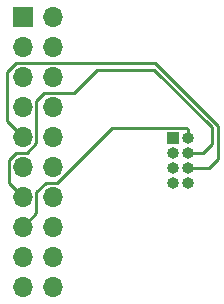
<source format=gbr>
%TF.GenerationSoftware,KiCad,Pcbnew,(5.1.6-0-10_14)*%
%TF.CreationDate,2022-05-20T12:20:58-05:00*%
%TF.ProjectId,programmer_adapter,70726f67-7261-46d6-9d65-725f61646170,rev?*%
%TF.SameCoordinates,Original*%
%TF.FileFunction,Copper,L4,Bot*%
%TF.FilePolarity,Positive*%
%FSLAX46Y46*%
G04 Gerber Fmt 4.6, Leading zero omitted, Abs format (unit mm)*
G04 Created by KiCad (PCBNEW (5.1.6-0-10_14)) date 2022-05-20 12:20:58*
%MOMM*%
%LPD*%
G01*
G04 APERTURE LIST*
%TA.AperFunction,ComponentPad*%
%ADD10R,1.700000X1.700000*%
%TD*%
%TA.AperFunction,ComponentPad*%
%ADD11O,1.700000X1.700000*%
%TD*%
%TA.AperFunction,ComponentPad*%
%ADD12R,1.000000X1.000000*%
%TD*%
%TA.AperFunction,ComponentPad*%
%ADD13O,1.000000X1.000000*%
%TD*%
%TA.AperFunction,Conductor*%
%ADD14C,0.250000*%
%TD*%
G04 APERTURE END LIST*
D10*
X69230000Y-54530000D03*
D11*
X71770000Y-54530000D03*
X69230000Y-57070000D03*
X71770000Y-57070000D03*
X69230000Y-59610000D03*
X71770000Y-59610000D03*
X69230000Y-62150000D03*
X71770000Y-62150000D03*
X69230000Y-64690000D03*
X71770000Y-64690000D03*
X69230000Y-67230000D03*
X71770000Y-67230000D03*
X69230000Y-69770000D03*
X71770000Y-69770000D03*
X69230000Y-72310000D03*
X71770000Y-72310000D03*
X69230000Y-74850000D03*
X71770000Y-74850000D03*
X69230000Y-77390000D03*
X71770000Y-77390000D03*
D12*
X81991200Y-64795400D03*
D13*
X83261200Y-64795400D03*
X81991200Y-66065400D03*
X83261200Y-66065400D03*
X81991200Y-67335400D03*
X83261200Y-67335400D03*
X81991200Y-68605400D03*
X83261200Y-68605400D03*
D14*
X83261200Y-67335400D02*
X85039200Y-67335400D01*
X85039200Y-67335400D02*
X85756390Y-66618210D01*
X85756390Y-66618210D02*
X85756390Y-63785390D01*
X67894200Y-63354200D02*
X69230000Y-64690000D01*
X68665999Y-58434999D02*
X67894200Y-59206798D01*
X80405999Y-58434999D02*
X68665999Y-58434999D01*
X67894200Y-59206798D02*
X67894200Y-63354200D01*
X85756390Y-63785390D02*
X80405999Y-58434999D01*
X83261200Y-66065400D02*
X84505800Y-66065400D01*
X85242400Y-65328800D02*
X85242400Y-63907810D01*
X84505800Y-66065400D02*
X85242400Y-65328800D01*
X85242400Y-63907810D02*
X80364190Y-59029600D01*
X80364190Y-59029600D02*
X75488800Y-59029600D01*
X68054999Y-68594999D02*
X69230000Y-69770000D01*
X68054999Y-66665999D02*
X68054999Y-68594999D01*
X69604003Y-66054999D02*
X68665999Y-66054999D01*
X70405001Y-65254001D02*
X69604003Y-66054999D01*
X68665999Y-66054999D02*
X68054999Y-66665999D01*
X70405001Y-61649599D02*
X70405001Y-65254001D01*
X71079601Y-60974999D02*
X70405001Y-61649599D01*
X73543401Y-60974999D02*
X71079601Y-60974999D01*
X75488800Y-59029600D02*
X73543401Y-60974999D01*
X70405001Y-69395997D02*
X70405001Y-71134999D01*
X71205999Y-68594999D02*
X70405001Y-69395997D01*
X72144003Y-68594999D02*
X71205999Y-68594999D01*
X76768603Y-63970399D02*
X72144003Y-68594999D01*
X83143305Y-63970399D02*
X76768603Y-63970399D01*
X83261200Y-64088294D02*
X83143305Y-63970399D01*
X70405001Y-71134999D02*
X69230000Y-72310000D01*
X83261200Y-64795400D02*
X83261200Y-64088294D01*
M02*

</source>
